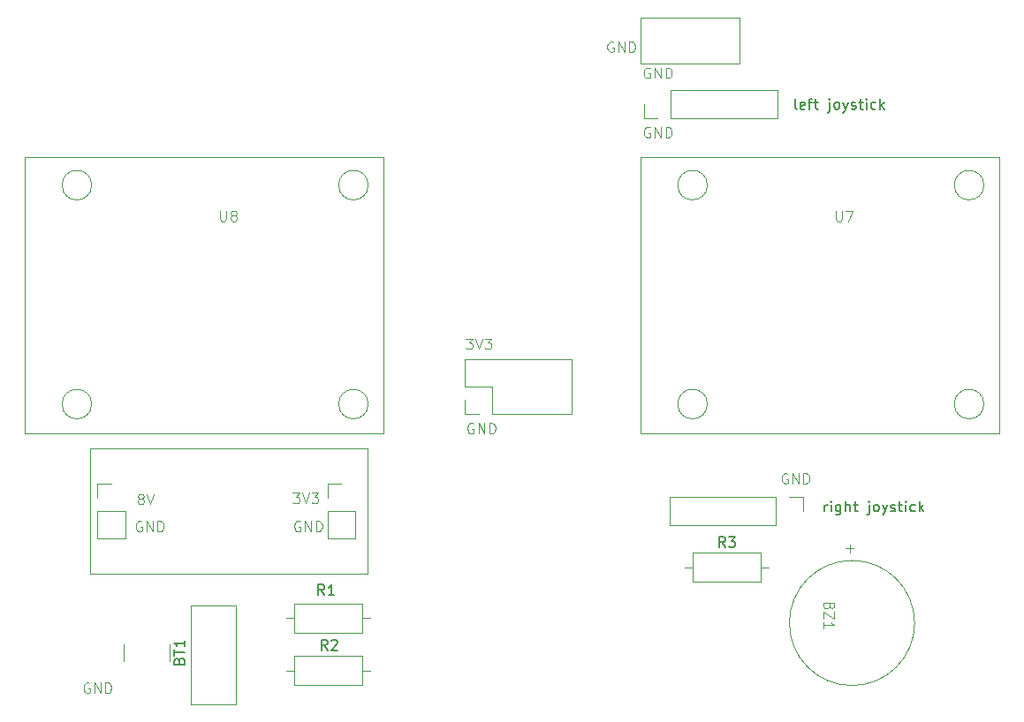
<source format=gbr>
%TF.GenerationSoftware,KiCad,Pcbnew,8.0.2*%
%TF.CreationDate,2024-06-16T11:23:50+08:00*%
%TF.ProjectId,transmitter,7472616e-736d-4697-9474-65722e6b6963,rev?*%
%TF.SameCoordinates,Original*%
%TF.FileFunction,Legend,Top*%
%TF.FilePolarity,Positive*%
%FSLAX46Y46*%
G04 Gerber Fmt 4.6, Leading zero omitted, Abs format (unit mm)*
G04 Created by KiCad (PCBNEW 8.0.2) date 2024-06-16 11:23:50*
%MOMM*%
%LPD*%
G01*
G04 APERTURE LIST*
%ADD10C,0.100000*%
%ADD11C,0.150000*%
%ADD12C,0.120000*%
G04 APERTURE END LIST*
D10*
X141008646Y-96472419D02*
X141627693Y-96472419D01*
X141627693Y-96472419D02*
X141294360Y-96853371D01*
X141294360Y-96853371D02*
X141437217Y-96853371D01*
X141437217Y-96853371D02*
X141532455Y-96900990D01*
X141532455Y-96900990D02*
X141580074Y-96948609D01*
X141580074Y-96948609D02*
X141627693Y-97043847D01*
X141627693Y-97043847D02*
X141627693Y-97281942D01*
X141627693Y-97281942D02*
X141580074Y-97377180D01*
X141580074Y-97377180D02*
X141532455Y-97424800D01*
X141532455Y-97424800D02*
X141437217Y-97472419D01*
X141437217Y-97472419D02*
X141151503Y-97472419D01*
X141151503Y-97472419D02*
X141056265Y-97424800D01*
X141056265Y-97424800D02*
X141008646Y-97377180D01*
X141913408Y-96472419D02*
X142246741Y-97472419D01*
X142246741Y-97472419D02*
X142580074Y-96472419D01*
X142818170Y-96472419D02*
X143437217Y-96472419D01*
X143437217Y-96472419D02*
X143103884Y-96853371D01*
X143103884Y-96853371D02*
X143246741Y-96853371D01*
X143246741Y-96853371D02*
X143341979Y-96900990D01*
X143341979Y-96900990D02*
X143389598Y-96948609D01*
X143389598Y-96948609D02*
X143437217Y-97043847D01*
X143437217Y-97043847D02*
X143437217Y-97281942D01*
X143437217Y-97281942D02*
X143389598Y-97377180D01*
X143389598Y-97377180D02*
X143341979Y-97424800D01*
X143341979Y-97424800D02*
X143246741Y-97472419D01*
X143246741Y-97472419D02*
X142961027Y-97472419D01*
X142961027Y-97472419D02*
X142865789Y-97424800D01*
X142865789Y-97424800D02*
X142818170Y-97377180D01*
X141727693Y-104620038D02*
X141632455Y-104572419D01*
X141632455Y-104572419D02*
X141489598Y-104572419D01*
X141489598Y-104572419D02*
X141346741Y-104620038D01*
X141346741Y-104620038D02*
X141251503Y-104715276D01*
X141251503Y-104715276D02*
X141203884Y-104810514D01*
X141203884Y-104810514D02*
X141156265Y-105000990D01*
X141156265Y-105000990D02*
X141156265Y-105143847D01*
X141156265Y-105143847D02*
X141203884Y-105334323D01*
X141203884Y-105334323D02*
X141251503Y-105429561D01*
X141251503Y-105429561D02*
X141346741Y-105524800D01*
X141346741Y-105524800D02*
X141489598Y-105572419D01*
X141489598Y-105572419D02*
X141584836Y-105572419D01*
X141584836Y-105572419D02*
X141727693Y-105524800D01*
X141727693Y-105524800D02*
X141775312Y-105477180D01*
X141775312Y-105477180D02*
X141775312Y-105143847D01*
X141775312Y-105143847D02*
X141584836Y-105143847D01*
X142203884Y-105572419D02*
X142203884Y-104572419D01*
X142203884Y-104572419D02*
X142775312Y-105572419D01*
X142775312Y-105572419D02*
X142775312Y-104572419D01*
X143251503Y-105572419D02*
X143251503Y-104572419D01*
X143251503Y-104572419D02*
X143489598Y-104572419D01*
X143489598Y-104572419D02*
X143632455Y-104620038D01*
X143632455Y-104620038D02*
X143727693Y-104715276D01*
X143727693Y-104715276D02*
X143775312Y-104810514D01*
X143775312Y-104810514D02*
X143822931Y-105000990D01*
X143822931Y-105000990D02*
X143822931Y-105143847D01*
X143822931Y-105143847D02*
X143775312Y-105334323D01*
X143775312Y-105334323D02*
X143727693Y-105429561D01*
X143727693Y-105429561D02*
X143632455Y-105524800D01*
X143632455Y-105524800D02*
X143489598Y-105572419D01*
X143489598Y-105572419D02*
X143251503Y-105572419D01*
X177403884Y-116591466D02*
X178165789Y-116591466D01*
X177784836Y-116972419D02*
X177784836Y-116210514D01*
X158627693Y-70520038D02*
X158532455Y-70472419D01*
X158532455Y-70472419D02*
X158389598Y-70472419D01*
X158389598Y-70472419D02*
X158246741Y-70520038D01*
X158246741Y-70520038D02*
X158151503Y-70615276D01*
X158151503Y-70615276D02*
X158103884Y-70710514D01*
X158103884Y-70710514D02*
X158056265Y-70900990D01*
X158056265Y-70900990D02*
X158056265Y-71043847D01*
X158056265Y-71043847D02*
X158103884Y-71234323D01*
X158103884Y-71234323D02*
X158151503Y-71329561D01*
X158151503Y-71329561D02*
X158246741Y-71424800D01*
X158246741Y-71424800D02*
X158389598Y-71472419D01*
X158389598Y-71472419D02*
X158484836Y-71472419D01*
X158484836Y-71472419D02*
X158627693Y-71424800D01*
X158627693Y-71424800D02*
X158675312Y-71377180D01*
X158675312Y-71377180D02*
X158675312Y-71043847D01*
X158675312Y-71043847D02*
X158484836Y-71043847D01*
X159103884Y-71472419D02*
X159103884Y-70472419D01*
X159103884Y-70472419D02*
X159675312Y-71472419D01*
X159675312Y-71472419D02*
X159675312Y-70472419D01*
X160151503Y-71472419D02*
X160151503Y-70472419D01*
X160151503Y-70472419D02*
X160389598Y-70472419D01*
X160389598Y-70472419D02*
X160532455Y-70520038D01*
X160532455Y-70520038D02*
X160627693Y-70615276D01*
X160627693Y-70615276D02*
X160675312Y-70710514D01*
X160675312Y-70710514D02*
X160722931Y-70900990D01*
X160722931Y-70900990D02*
X160722931Y-71043847D01*
X160722931Y-71043847D02*
X160675312Y-71234323D01*
X160675312Y-71234323D02*
X160627693Y-71329561D01*
X160627693Y-71329561D02*
X160532455Y-71424800D01*
X160532455Y-71424800D02*
X160389598Y-71472419D01*
X160389598Y-71472419D02*
X160151503Y-71472419D01*
X158627693Y-76220038D02*
X158532455Y-76172419D01*
X158532455Y-76172419D02*
X158389598Y-76172419D01*
X158389598Y-76172419D02*
X158246741Y-76220038D01*
X158246741Y-76220038D02*
X158151503Y-76315276D01*
X158151503Y-76315276D02*
X158103884Y-76410514D01*
X158103884Y-76410514D02*
X158056265Y-76600990D01*
X158056265Y-76600990D02*
X158056265Y-76743847D01*
X158056265Y-76743847D02*
X158103884Y-76934323D01*
X158103884Y-76934323D02*
X158151503Y-77029561D01*
X158151503Y-77029561D02*
X158246741Y-77124800D01*
X158246741Y-77124800D02*
X158389598Y-77172419D01*
X158389598Y-77172419D02*
X158484836Y-77172419D01*
X158484836Y-77172419D02*
X158627693Y-77124800D01*
X158627693Y-77124800D02*
X158675312Y-77077180D01*
X158675312Y-77077180D02*
X158675312Y-76743847D01*
X158675312Y-76743847D02*
X158484836Y-76743847D01*
X159103884Y-77172419D02*
X159103884Y-76172419D01*
X159103884Y-76172419D02*
X159675312Y-77172419D01*
X159675312Y-77172419D02*
X159675312Y-76172419D01*
X160151503Y-77172419D02*
X160151503Y-76172419D01*
X160151503Y-76172419D02*
X160389598Y-76172419D01*
X160389598Y-76172419D02*
X160532455Y-76220038D01*
X160532455Y-76220038D02*
X160627693Y-76315276D01*
X160627693Y-76315276D02*
X160675312Y-76410514D01*
X160675312Y-76410514D02*
X160722931Y-76600990D01*
X160722931Y-76600990D02*
X160722931Y-76743847D01*
X160722931Y-76743847D02*
X160675312Y-76934323D01*
X160675312Y-76934323D02*
X160627693Y-77029561D01*
X160627693Y-77029561D02*
X160532455Y-77124800D01*
X160532455Y-77124800D02*
X160389598Y-77172419D01*
X160389598Y-77172419D02*
X160151503Y-77172419D01*
X104927693Y-129520038D02*
X104832455Y-129472419D01*
X104832455Y-129472419D02*
X104689598Y-129472419D01*
X104689598Y-129472419D02*
X104546741Y-129520038D01*
X104546741Y-129520038D02*
X104451503Y-129615276D01*
X104451503Y-129615276D02*
X104403884Y-129710514D01*
X104403884Y-129710514D02*
X104356265Y-129900990D01*
X104356265Y-129900990D02*
X104356265Y-130043847D01*
X104356265Y-130043847D02*
X104403884Y-130234323D01*
X104403884Y-130234323D02*
X104451503Y-130329561D01*
X104451503Y-130329561D02*
X104546741Y-130424800D01*
X104546741Y-130424800D02*
X104689598Y-130472419D01*
X104689598Y-130472419D02*
X104784836Y-130472419D01*
X104784836Y-130472419D02*
X104927693Y-130424800D01*
X104927693Y-130424800D02*
X104975312Y-130377180D01*
X104975312Y-130377180D02*
X104975312Y-130043847D01*
X104975312Y-130043847D02*
X104784836Y-130043847D01*
X105403884Y-130472419D02*
X105403884Y-129472419D01*
X105403884Y-129472419D02*
X105975312Y-130472419D01*
X105975312Y-130472419D02*
X105975312Y-129472419D01*
X106451503Y-130472419D02*
X106451503Y-129472419D01*
X106451503Y-129472419D02*
X106689598Y-129472419D01*
X106689598Y-129472419D02*
X106832455Y-129520038D01*
X106832455Y-129520038D02*
X106927693Y-129615276D01*
X106927693Y-129615276D02*
X106975312Y-129710514D01*
X106975312Y-129710514D02*
X107022931Y-129900990D01*
X107022931Y-129900990D02*
X107022931Y-130043847D01*
X107022931Y-130043847D02*
X106975312Y-130234323D01*
X106975312Y-130234323D02*
X106927693Y-130329561D01*
X106927693Y-130329561D02*
X106832455Y-130424800D01*
X106832455Y-130424800D02*
X106689598Y-130472419D01*
X106689598Y-130472419D02*
X106451503Y-130472419D01*
X124408646Y-111272419D02*
X125027693Y-111272419D01*
X125027693Y-111272419D02*
X124694360Y-111653371D01*
X124694360Y-111653371D02*
X124837217Y-111653371D01*
X124837217Y-111653371D02*
X124932455Y-111700990D01*
X124932455Y-111700990D02*
X124980074Y-111748609D01*
X124980074Y-111748609D02*
X125027693Y-111843847D01*
X125027693Y-111843847D02*
X125027693Y-112081942D01*
X125027693Y-112081942D02*
X124980074Y-112177180D01*
X124980074Y-112177180D02*
X124932455Y-112224800D01*
X124932455Y-112224800D02*
X124837217Y-112272419D01*
X124837217Y-112272419D02*
X124551503Y-112272419D01*
X124551503Y-112272419D02*
X124456265Y-112224800D01*
X124456265Y-112224800D02*
X124408646Y-112177180D01*
X125313408Y-111272419D02*
X125646741Y-112272419D01*
X125646741Y-112272419D02*
X125980074Y-111272419D01*
X126218170Y-111272419D02*
X126837217Y-111272419D01*
X126837217Y-111272419D02*
X126503884Y-111653371D01*
X126503884Y-111653371D02*
X126646741Y-111653371D01*
X126646741Y-111653371D02*
X126741979Y-111700990D01*
X126741979Y-111700990D02*
X126789598Y-111748609D01*
X126789598Y-111748609D02*
X126837217Y-111843847D01*
X126837217Y-111843847D02*
X126837217Y-112081942D01*
X126837217Y-112081942D02*
X126789598Y-112177180D01*
X126789598Y-112177180D02*
X126741979Y-112224800D01*
X126741979Y-112224800D02*
X126646741Y-112272419D01*
X126646741Y-112272419D02*
X126361027Y-112272419D01*
X126361027Y-112272419D02*
X126265789Y-112224800D01*
X126265789Y-112224800D02*
X126218170Y-112177180D01*
X171827693Y-109420038D02*
X171732455Y-109372419D01*
X171732455Y-109372419D02*
X171589598Y-109372419D01*
X171589598Y-109372419D02*
X171446741Y-109420038D01*
X171446741Y-109420038D02*
X171351503Y-109515276D01*
X171351503Y-109515276D02*
X171303884Y-109610514D01*
X171303884Y-109610514D02*
X171256265Y-109800990D01*
X171256265Y-109800990D02*
X171256265Y-109943847D01*
X171256265Y-109943847D02*
X171303884Y-110134323D01*
X171303884Y-110134323D02*
X171351503Y-110229561D01*
X171351503Y-110229561D02*
X171446741Y-110324800D01*
X171446741Y-110324800D02*
X171589598Y-110372419D01*
X171589598Y-110372419D02*
X171684836Y-110372419D01*
X171684836Y-110372419D02*
X171827693Y-110324800D01*
X171827693Y-110324800D02*
X171875312Y-110277180D01*
X171875312Y-110277180D02*
X171875312Y-109943847D01*
X171875312Y-109943847D02*
X171684836Y-109943847D01*
X172303884Y-110372419D02*
X172303884Y-109372419D01*
X172303884Y-109372419D02*
X172875312Y-110372419D01*
X172875312Y-110372419D02*
X172875312Y-109372419D01*
X173351503Y-110372419D02*
X173351503Y-109372419D01*
X173351503Y-109372419D02*
X173589598Y-109372419D01*
X173589598Y-109372419D02*
X173732455Y-109420038D01*
X173732455Y-109420038D02*
X173827693Y-109515276D01*
X173827693Y-109515276D02*
X173875312Y-109610514D01*
X173875312Y-109610514D02*
X173922931Y-109800990D01*
X173922931Y-109800990D02*
X173922931Y-109943847D01*
X173922931Y-109943847D02*
X173875312Y-110134323D01*
X173875312Y-110134323D02*
X173827693Y-110229561D01*
X173827693Y-110229561D02*
X173732455Y-110324800D01*
X173732455Y-110324800D02*
X173589598Y-110372419D01*
X173589598Y-110372419D02*
X173351503Y-110372419D01*
X109746741Y-111800990D02*
X109651503Y-111753371D01*
X109651503Y-111753371D02*
X109603884Y-111705752D01*
X109603884Y-111705752D02*
X109556265Y-111610514D01*
X109556265Y-111610514D02*
X109556265Y-111562895D01*
X109556265Y-111562895D02*
X109603884Y-111467657D01*
X109603884Y-111467657D02*
X109651503Y-111420038D01*
X109651503Y-111420038D02*
X109746741Y-111372419D01*
X109746741Y-111372419D02*
X109937217Y-111372419D01*
X109937217Y-111372419D02*
X110032455Y-111420038D01*
X110032455Y-111420038D02*
X110080074Y-111467657D01*
X110080074Y-111467657D02*
X110127693Y-111562895D01*
X110127693Y-111562895D02*
X110127693Y-111610514D01*
X110127693Y-111610514D02*
X110080074Y-111705752D01*
X110080074Y-111705752D02*
X110032455Y-111753371D01*
X110032455Y-111753371D02*
X109937217Y-111800990D01*
X109937217Y-111800990D02*
X109746741Y-111800990D01*
X109746741Y-111800990D02*
X109651503Y-111848609D01*
X109651503Y-111848609D02*
X109603884Y-111896228D01*
X109603884Y-111896228D02*
X109556265Y-111991466D01*
X109556265Y-111991466D02*
X109556265Y-112181942D01*
X109556265Y-112181942D02*
X109603884Y-112277180D01*
X109603884Y-112277180D02*
X109651503Y-112324800D01*
X109651503Y-112324800D02*
X109746741Y-112372419D01*
X109746741Y-112372419D02*
X109937217Y-112372419D01*
X109937217Y-112372419D02*
X110032455Y-112324800D01*
X110032455Y-112324800D02*
X110080074Y-112277180D01*
X110080074Y-112277180D02*
X110127693Y-112181942D01*
X110127693Y-112181942D02*
X110127693Y-111991466D01*
X110127693Y-111991466D02*
X110080074Y-111896228D01*
X110080074Y-111896228D02*
X110032455Y-111848609D01*
X110032455Y-111848609D02*
X109937217Y-111800990D01*
X110413408Y-111372419D02*
X110746741Y-112372419D01*
X110746741Y-112372419D02*
X111080074Y-111372419D01*
X109927693Y-114020038D02*
X109832455Y-113972419D01*
X109832455Y-113972419D02*
X109689598Y-113972419D01*
X109689598Y-113972419D02*
X109546741Y-114020038D01*
X109546741Y-114020038D02*
X109451503Y-114115276D01*
X109451503Y-114115276D02*
X109403884Y-114210514D01*
X109403884Y-114210514D02*
X109356265Y-114400990D01*
X109356265Y-114400990D02*
X109356265Y-114543847D01*
X109356265Y-114543847D02*
X109403884Y-114734323D01*
X109403884Y-114734323D02*
X109451503Y-114829561D01*
X109451503Y-114829561D02*
X109546741Y-114924800D01*
X109546741Y-114924800D02*
X109689598Y-114972419D01*
X109689598Y-114972419D02*
X109784836Y-114972419D01*
X109784836Y-114972419D02*
X109927693Y-114924800D01*
X109927693Y-114924800D02*
X109975312Y-114877180D01*
X109975312Y-114877180D02*
X109975312Y-114543847D01*
X109975312Y-114543847D02*
X109784836Y-114543847D01*
X110403884Y-114972419D02*
X110403884Y-113972419D01*
X110403884Y-113972419D02*
X110975312Y-114972419D01*
X110975312Y-114972419D02*
X110975312Y-113972419D01*
X111451503Y-114972419D02*
X111451503Y-113972419D01*
X111451503Y-113972419D02*
X111689598Y-113972419D01*
X111689598Y-113972419D02*
X111832455Y-114020038D01*
X111832455Y-114020038D02*
X111927693Y-114115276D01*
X111927693Y-114115276D02*
X111975312Y-114210514D01*
X111975312Y-114210514D02*
X112022931Y-114400990D01*
X112022931Y-114400990D02*
X112022931Y-114543847D01*
X112022931Y-114543847D02*
X111975312Y-114734323D01*
X111975312Y-114734323D02*
X111927693Y-114829561D01*
X111927693Y-114829561D02*
X111832455Y-114924800D01*
X111832455Y-114924800D02*
X111689598Y-114972419D01*
X111689598Y-114972419D02*
X111451503Y-114972419D01*
X155127693Y-68020038D02*
X155032455Y-67972419D01*
X155032455Y-67972419D02*
X154889598Y-67972419D01*
X154889598Y-67972419D02*
X154746741Y-68020038D01*
X154746741Y-68020038D02*
X154651503Y-68115276D01*
X154651503Y-68115276D02*
X154603884Y-68210514D01*
X154603884Y-68210514D02*
X154556265Y-68400990D01*
X154556265Y-68400990D02*
X154556265Y-68543847D01*
X154556265Y-68543847D02*
X154603884Y-68734323D01*
X154603884Y-68734323D02*
X154651503Y-68829561D01*
X154651503Y-68829561D02*
X154746741Y-68924800D01*
X154746741Y-68924800D02*
X154889598Y-68972419D01*
X154889598Y-68972419D02*
X154984836Y-68972419D01*
X154984836Y-68972419D02*
X155127693Y-68924800D01*
X155127693Y-68924800D02*
X155175312Y-68877180D01*
X155175312Y-68877180D02*
X155175312Y-68543847D01*
X155175312Y-68543847D02*
X154984836Y-68543847D01*
X155603884Y-68972419D02*
X155603884Y-67972419D01*
X155603884Y-67972419D02*
X156175312Y-68972419D01*
X156175312Y-68972419D02*
X156175312Y-67972419D01*
X156651503Y-68972419D02*
X156651503Y-67972419D01*
X156651503Y-67972419D02*
X156889598Y-67972419D01*
X156889598Y-67972419D02*
X157032455Y-68020038D01*
X157032455Y-68020038D02*
X157127693Y-68115276D01*
X157127693Y-68115276D02*
X157175312Y-68210514D01*
X157175312Y-68210514D02*
X157222931Y-68400990D01*
X157222931Y-68400990D02*
X157222931Y-68543847D01*
X157222931Y-68543847D02*
X157175312Y-68734323D01*
X157175312Y-68734323D02*
X157127693Y-68829561D01*
X157127693Y-68829561D02*
X157032455Y-68924800D01*
X157032455Y-68924800D02*
X156889598Y-68972419D01*
X156889598Y-68972419D02*
X156651503Y-68972419D01*
X125127693Y-114020038D02*
X125032455Y-113972419D01*
X125032455Y-113972419D02*
X124889598Y-113972419D01*
X124889598Y-113972419D02*
X124746741Y-114020038D01*
X124746741Y-114020038D02*
X124651503Y-114115276D01*
X124651503Y-114115276D02*
X124603884Y-114210514D01*
X124603884Y-114210514D02*
X124556265Y-114400990D01*
X124556265Y-114400990D02*
X124556265Y-114543847D01*
X124556265Y-114543847D02*
X124603884Y-114734323D01*
X124603884Y-114734323D02*
X124651503Y-114829561D01*
X124651503Y-114829561D02*
X124746741Y-114924800D01*
X124746741Y-114924800D02*
X124889598Y-114972419D01*
X124889598Y-114972419D02*
X124984836Y-114972419D01*
X124984836Y-114972419D02*
X125127693Y-114924800D01*
X125127693Y-114924800D02*
X125175312Y-114877180D01*
X125175312Y-114877180D02*
X125175312Y-114543847D01*
X125175312Y-114543847D02*
X124984836Y-114543847D01*
X125603884Y-114972419D02*
X125603884Y-113972419D01*
X125603884Y-113972419D02*
X126175312Y-114972419D01*
X126175312Y-114972419D02*
X126175312Y-113972419D01*
X126651503Y-114972419D02*
X126651503Y-113972419D01*
X126651503Y-113972419D02*
X126889598Y-113972419D01*
X126889598Y-113972419D02*
X127032455Y-114020038D01*
X127032455Y-114020038D02*
X127127693Y-114115276D01*
X127127693Y-114115276D02*
X127175312Y-114210514D01*
X127175312Y-114210514D02*
X127222931Y-114400990D01*
X127222931Y-114400990D02*
X127222931Y-114543847D01*
X127222931Y-114543847D02*
X127175312Y-114734323D01*
X127175312Y-114734323D02*
X127127693Y-114829561D01*
X127127693Y-114829561D02*
X127032455Y-114924800D01*
X127032455Y-114924800D02*
X126889598Y-114972419D01*
X126889598Y-114972419D02*
X126651503Y-114972419D01*
D11*
X175385714Y-113054819D02*
X175385714Y-112388152D01*
X175385714Y-112578628D02*
X175433333Y-112483390D01*
X175433333Y-112483390D02*
X175480952Y-112435771D01*
X175480952Y-112435771D02*
X175576190Y-112388152D01*
X175576190Y-112388152D02*
X175671428Y-112388152D01*
X176004762Y-113054819D02*
X176004762Y-112388152D01*
X176004762Y-112054819D02*
X175957143Y-112102438D01*
X175957143Y-112102438D02*
X176004762Y-112150057D01*
X176004762Y-112150057D02*
X176052381Y-112102438D01*
X176052381Y-112102438D02*
X176004762Y-112054819D01*
X176004762Y-112054819D02*
X176004762Y-112150057D01*
X176909523Y-112388152D02*
X176909523Y-113197676D01*
X176909523Y-113197676D02*
X176861904Y-113292914D01*
X176861904Y-113292914D02*
X176814285Y-113340533D01*
X176814285Y-113340533D02*
X176719047Y-113388152D01*
X176719047Y-113388152D02*
X176576190Y-113388152D01*
X176576190Y-113388152D02*
X176480952Y-113340533D01*
X176909523Y-113007200D02*
X176814285Y-113054819D01*
X176814285Y-113054819D02*
X176623809Y-113054819D01*
X176623809Y-113054819D02*
X176528571Y-113007200D01*
X176528571Y-113007200D02*
X176480952Y-112959580D01*
X176480952Y-112959580D02*
X176433333Y-112864342D01*
X176433333Y-112864342D02*
X176433333Y-112578628D01*
X176433333Y-112578628D02*
X176480952Y-112483390D01*
X176480952Y-112483390D02*
X176528571Y-112435771D01*
X176528571Y-112435771D02*
X176623809Y-112388152D01*
X176623809Y-112388152D02*
X176814285Y-112388152D01*
X176814285Y-112388152D02*
X176909523Y-112435771D01*
X177385714Y-113054819D02*
X177385714Y-112054819D01*
X177814285Y-113054819D02*
X177814285Y-112531009D01*
X177814285Y-112531009D02*
X177766666Y-112435771D01*
X177766666Y-112435771D02*
X177671428Y-112388152D01*
X177671428Y-112388152D02*
X177528571Y-112388152D01*
X177528571Y-112388152D02*
X177433333Y-112435771D01*
X177433333Y-112435771D02*
X177385714Y-112483390D01*
X178147619Y-112388152D02*
X178528571Y-112388152D01*
X178290476Y-112054819D02*
X178290476Y-112911961D01*
X178290476Y-112911961D02*
X178338095Y-113007200D01*
X178338095Y-113007200D02*
X178433333Y-113054819D01*
X178433333Y-113054819D02*
X178528571Y-113054819D01*
X179623810Y-112388152D02*
X179623810Y-113245295D01*
X179623810Y-113245295D02*
X179576191Y-113340533D01*
X179576191Y-113340533D02*
X179480953Y-113388152D01*
X179480953Y-113388152D02*
X179433334Y-113388152D01*
X179623810Y-112054819D02*
X179576191Y-112102438D01*
X179576191Y-112102438D02*
X179623810Y-112150057D01*
X179623810Y-112150057D02*
X179671429Y-112102438D01*
X179671429Y-112102438D02*
X179623810Y-112054819D01*
X179623810Y-112054819D02*
X179623810Y-112150057D01*
X180242857Y-113054819D02*
X180147619Y-113007200D01*
X180147619Y-113007200D02*
X180100000Y-112959580D01*
X180100000Y-112959580D02*
X180052381Y-112864342D01*
X180052381Y-112864342D02*
X180052381Y-112578628D01*
X180052381Y-112578628D02*
X180100000Y-112483390D01*
X180100000Y-112483390D02*
X180147619Y-112435771D01*
X180147619Y-112435771D02*
X180242857Y-112388152D01*
X180242857Y-112388152D02*
X180385714Y-112388152D01*
X180385714Y-112388152D02*
X180480952Y-112435771D01*
X180480952Y-112435771D02*
X180528571Y-112483390D01*
X180528571Y-112483390D02*
X180576190Y-112578628D01*
X180576190Y-112578628D02*
X180576190Y-112864342D01*
X180576190Y-112864342D02*
X180528571Y-112959580D01*
X180528571Y-112959580D02*
X180480952Y-113007200D01*
X180480952Y-113007200D02*
X180385714Y-113054819D01*
X180385714Y-113054819D02*
X180242857Y-113054819D01*
X180909524Y-112388152D02*
X181147619Y-113054819D01*
X181385714Y-112388152D02*
X181147619Y-113054819D01*
X181147619Y-113054819D02*
X181052381Y-113292914D01*
X181052381Y-113292914D02*
X181004762Y-113340533D01*
X181004762Y-113340533D02*
X180909524Y-113388152D01*
X181719048Y-113007200D02*
X181814286Y-113054819D01*
X181814286Y-113054819D02*
X182004762Y-113054819D01*
X182004762Y-113054819D02*
X182100000Y-113007200D01*
X182100000Y-113007200D02*
X182147619Y-112911961D01*
X182147619Y-112911961D02*
X182147619Y-112864342D01*
X182147619Y-112864342D02*
X182100000Y-112769104D01*
X182100000Y-112769104D02*
X182004762Y-112721485D01*
X182004762Y-112721485D02*
X181861905Y-112721485D01*
X181861905Y-112721485D02*
X181766667Y-112673866D01*
X181766667Y-112673866D02*
X181719048Y-112578628D01*
X181719048Y-112578628D02*
X181719048Y-112531009D01*
X181719048Y-112531009D02*
X181766667Y-112435771D01*
X181766667Y-112435771D02*
X181861905Y-112388152D01*
X181861905Y-112388152D02*
X182004762Y-112388152D01*
X182004762Y-112388152D02*
X182100000Y-112435771D01*
X182433334Y-112388152D02*
X182814286Y-112388152D01*
X182576191Y-112054819D02*
X182576191Y-112911961D01*
X182576191Y-112911961D02*
X182623810Y-113007200D01*
X182623810Y-113007200D02*
X182719048Y-113054819D01*
X182719048Y-113054819D02*
X182814286Y-113054819D01*
X183147620Y-113054819D02*
X183147620Y-112388152D01*
X183147620Y-112054819D02*
X183100001Y-112102438D01*
X183100001Y-112102438D02*
X183147620Y-112150057D01*
X183147620Y-112150057D02*
X183195239Y-112102438D01*
X183195239Y-112102438D02*
X183147620Y-112054819D01*
X183147620Y-112054819D02*
X183147620Y-112150057D01*
X184052381Y-113007200D02*
X183957143Y-113054819D01*
X183957143Y-113054819D02*
X183766667Y-113054819D01*
X183766667Y-113054819D02*
X183671429Y-113007200D01*
X183671429Y-113007200D02*
X183623810Y-112959580D01*
X183623810Y-112959580D02*
X183576191Y-112864342D01*
X183576191Y-112864342D02*
X183576191Y-112578628D01*
X183576191Y-112578628D02*
X183623810Y-112483390D01*
X183623810Y-112483390D02*
X183671429Y-112435771D01*
X183671429Y-112435771D02*
X183766667Y-112388152D01*
X183766667Y-112388152D02*
X183957143Y-112388152D01*
X183957143Y-112388152D02*
X184052381Y-112435771D01*
X184480953Y-113054819D02*
X184480953Y-112054819D01*
X184576191Y-112673866D02*
X184861905Y-113054819D01*
X184861905Y-112388152D02*
X184480953Y-112769104D01*
X172704761Y-74454819D02*
X172609523Y-74407200D01*
X172609523Y-74407200D02*
X172561904Y-74311961D01*
X172561904Y-74311961D02*
X172561904Y-73454819D01*
X173466666Y-74407200D02*
X173371428Y-74454819D01*
X173371428Y-74454819D02*
X173180952Y-74454819D01*
X173180952Y-74454819D02*
X173085714Y-74407200D01*
X173085714Y-74407200D02*
X173038095Y-74311961D01*
X173038095Y-74311961D02*
X173038095Y-73931009D01*
X173038095Y-73931009D02*
X173085714Y-73835771D01*
X173085714Y-73835771D02*
X173180952Y-73788152D01*
X173180952Y-73788152D02*
X173371428Y-73788152D01*
X173371428Y-73788152D02*
X173466666Y-73835771D01*
X173466666Y-73835771D02*
X173514285Y-73931009D01*
X173514285Y-73931009D02*
X173514285Y-74026247D01*
X173514285Y-74026247D02*
X173038095Y-74121485D01*
X173800000Y-73788152D02*
X174180952Y-73788152D01*
X173942857Y-74454819D02*
X173942857Y-73597676D01*
X173942857Y-73597676D02*
X173990476Y-73502438D01*
X173990476Y-73502438D02*
X174085714Y-73454819D01*
X174085714Y-73454819D02*
X174180952Y-73454819D01*
X174371429Y-73788152D02*
X174752381Y-73788152D01*
X174514286Y-73454819D02*
X174514286Y-74311961D01*
X174514286Y-74311961D02*
X174561905Y-74407200D01*
X174561905Y-74407200D02*
X174657143Y-74454819D01*
X174657143Y-74454819D02*
X174752381Y-74454819D01*
X175847620Y-73788152D02*
X175847620Y-74645295D01*
X175847620Y-74645295D02*
X175800001Y-74740533D01*
X175800001Y-74740533D02*
X175704763Y-74788152D01*
X175704763Y-74788152D02*
X175657144Y-74788152D01*
X175847620Y-73454819D02*
X175800001Y-73502438D01*
X175800001Y-73502438D02*
X175847620Y-73550057D01*
X175847620Y-73550057D02*
X175895239Y-73502438D01*
X175895239Y-73502438D02*
X175847620Y-73454819D01*
X175847620Y-73454819D02*
X175847620Y-73550057D01*
X176466667Y-74454819D02*
X176371429Y-74407200D01*
X176371429Y-74407200D02*
X176323810Y-74359580D01*
X176323810Y-74359580D02*
X176276191Y-74264342D01*
X176276191Y-74264342D02*
X176276191Y-73978628D01*
X176276191Y-73978628D02*
X176323810Y-73883390D01*
X176323810Y-73883390D02*
X176371429Y-73835771D01*
X176371429Y-73835771D02*
X176466667Y-73788152D01*
X176466667Y-73788152D02*
X176609524Y-73788152D01*
X176609524Y-73788152D02*
X176704762Y-73835771D01*
X176704762Y-73835771D02*
X176752381Y-73883390D01*
X176752381Y-73883390D02*
X176800000Y-73978628D01*
X176800000Y-73978628D02*
X176800000Y-74264342D01*
X176800000Y-74264342D02*
X176752381Y-74359580D01*
X176752381Y-74359580D02*
X176704762Y-74407200D01*
X176704762Y-74407200D02*
X176609524Y-74454819D01*
X176609524Y-74454819D02*
X176466667Y-74454819D01*
X177133334Y-73788152D02*
X177371429Y-74454819D01*
X177609524Y-73788152D02*
X177371429Y-74454819D01*
X177371429Y-74454819D02*
X177276191Y-74692914D01*
X177276191Y-74692914D02*
X177228572Y-74740533D01*
X177228572Y-74740533D02*
X177133334Y-74788152D01*
X177942858Y-74407200D02*
X178038096Y-74454819D01*
X178038096Y-74454819D02*
X178228572Y-74454819D01*
X178228572Y-74454819D02*
X178323810Y-74407200D01*
X178323810Y-74407200D02*
X178371429Y-74311961D01*
X178371429Y-74311961D02*
X178371429Y-74264342D01*
X178371429Y-74264342D02*
X178323810Y-74169104D01*
X178323810Y-74169104D02*
X178228572Y-74121485D01*
X178228572Y-74121485D02*
X178085715Y-74121485D01*
X178085715Y-74121485D02*
X177990477Y-74073866D01*
X177990477Y-74073866D02*
X177942858Y-73978628D01*
X177942858Y-73978628D02*
X177942858Y-73931009D01*
X177942858Y-73931009D02*
X177990477Y-73835771D01*
X177990477Y-73835771D02*
X178085715Y-73788152D01*
X178085715Y-73788152D02*
X178228572Y-73788152D01*
X178228572Y-73788152D02*
X178323810Y-73835771D01*
X178657144Y-73788152D02*
X179038096Y-73788152D01*
X178800001Y-73454819D02*
X178800001Y-74311961D01*
X178800001Y-74311961D02*
X178847620Y-74407200D01*
X178847620Y-74407200D02*
X178942858Y-74454819D01*
X178942858Y-74454819D02*
X179038096Y-74454819D01*
X179371430Y-74454819D02*
X179371430Y-73788152D01*
X179371430Y-73454819D02*
X179323811Y-73502438D01*
X179323811Y-73502438D02*
X179371430Y-73550057D01*
X179371430Y-73550057D02*
X179419049Y-73502438D01*
X179419049Y-73502438D02*
X179371430Y-73454819D01*
X179371430Y-73454819D02*
X179371430Y-73550057D01*
X180276191Y-74407200D02*
X180180953Y-74454819D01*
X180180953Y-74454819D02*
X179990477Y-74454819D01*
X179990477Y-74454819D02*
X179895239Y-74407200D01*
X179895239Y-74407200D02*
X179847620Y-74359580D01*
X179847620Y-74359580D02*
X179800001Y-74264342D01*
X179800001Y-74264342D02*
X179800001Y-73978628D01*
X179800001Y-73978628D02*
X179847620Y-73883390D01*
X179847620Y-73883390D02*
X179895239Y-73835771D01*
X179895239Y-73835771D02*
X179990477Y-73788152D01*
X179990477Y-73788152D02*
X180180953Y-73788152D01*
X180180953Y-73788152D02*
X180276191Y-73835771D01*
X180704763Y-74454819D02*
X180704763Y-73454819D01*
X180800001Y-74073866D02*
X181085715Y-74454819D01*
X181085715Y-73788152D02*
X180704763Y-74169104D01*
X165833333Y-116484819D02*
X165500000Y-116008628D01*
X165261905Y-116484819D02*
X165261905Y-115484819D01*
X165261905Y-115484819D02*
X165642857Y-115484819D01*
X165642857Y-115484819D02*
X165738095Y-115532438D01*
X165738095Y-115532438D02*
X165785714Y-115580057D01*
X165785714Y-115580057D02*
X165833333Y-115675295D01*
X165833333Y-115675295D02*
X165833333Y-115818152D01*
X165833333Y-115818152D02*
X165785714Y-115913390D01*
X165785714Y-115913390D02*
X165738095Y-115961009D01*
X165738095Y-115961009D02*
X165642857Y-116008628D01*
X165642857Y-116008628D02*
X165261905Y-116008628D01*
X166166667Y-115484819D02*
X166785714Y-115484819D01*
X166785714Y-115484819D02*
X166452381Y-115865771D01*
X166452381Y-115865771D02*
X166595238Y-115865771D01*
X166595238Y-115865771D02*
X166690476Y-115913390D01*
X166690476Y-115913390D02*
X166738095Y-115961009D01*
X166738095Y-115961009D02*
X166785714Y-116056247D01*
X166785714Y-116056247D02*
X166785714Y-116294342D01*
X166785714Y-116294342D02*
X166738095Y-116389580D01*
X166738095Y-116389580D02*
X166690476Y-116437200D01*
X166690476Y-116437200D02*
X166595238Y-116484819D01*
X166595238Y-116484819D02*
X166309524Y-116484819D01*
X166309524Y-116484819D02*
X166214286Y-116437200D01*
X166214286Y-116437200D02*
X166166667Y-116389580D01*
D10*
X175816390Y-122119047D02*
X175768771Y-122261904D01*
X175768771Y-122261904D02*
X175721152Y-122309523D01*
X175721152Y-122309523D02*
X175625914Y-122357142D01*
X175625914Y-122357142D02*
X175483057Y-122357142D01*
X175483057Y-122357142D02*
X175387819Y-122309523D01*
X175387819Y-122309523D02*
X175340200Y-122261904D01*
X175340200Y-122261904D02*
X175292580Y-122166666D01*
X175292580Y-122166666D02*
X175292580Y-121785714D01*
X175292580Y-121785714D02*
X176292580Y-121785714D01*
X176292580Y-121785714D02*
X176292580Y-122119047D01*
X176292580Y-122119047D02*
X176244961Y-122214285D01*
X176244961Y-122214285D02*
X176197342Y-122261904D01*
X176197342Y-122261904D02*
X176102104Y-122309523D01*
X176102104Y-122309523D02*
X176006866Y-122309523D01*
X176006866Y-122309523D02*
X175911628Y-122261904D01*
X175911628Y-122261904D02*
X175864009Y-122214285D01*
X175864009Y-122214285D02*
X175816390Y-122119047D01*
X175816390Y-122119047D02*
X175816390Y-121785714D01*
X176292580Y-122690476D02*
X176292580Y-123357142D01*
X176292580Y-123357142D02*
X175292580Y-122690476D01*
X175292580Y-122690476D02*
X175292580Y-123357142D01*
X175292580Y-124261904D02*
X175292580Y-123690476D01*
X175292580Y-123976190D02*
X176292580Y-123976190D01*
X176292580Y-123976190D02*
X176149723Y-123880952D01*
X176149723Y-123880952D02*
X176054485Y-123785714D01*
X176054485Y-123785714D02*
X176006866Y-123690476D01*
X176458095Y-84207419D02*
X176458095Y-85016942D01*
X176458095Y-85016942D02*
X176505714Y-85112180D01*
X176505714Y-85112180D02*
X176553333Y-85159800D01*
X176553333Y-85159800D02*
X176648571Y-85207419D01*
X176648571Y-85207419D02*
X176839047Y-85207419D01*
X176839047Y-85207419D02*
X176934285Y-85159800D01*
X176934285Y-85159800D02*
X176981904Y-85112180D01*
X176981904Y-85112180D02*
X177029523Y-85016942D01*
X177029523Y-85016942D02*
X177029523Y-84207419D01*
X177410476Y-84207419D02*
X178077142Y-84207419D01*
X178077142Y-84207419D02*
X177648571Y-85207419D01*
D11*
X127433333Y-121054819D02*
X127100000Y-120578628D01*
X126861905Y-121054819D02*
X126861905Y-120054819D01*
X126861905Y-120054819D02*
X127242857Y-120054819D01*
X127242857Y-120054819D02*
X127338095Y-120102438D01*
X127338095Y-120102438D02*
X127385714Y-120150057D01*
X127385714Y-120150057D02*
X127433333Y-120245295D01*
X127433333Y-120245295D02*
X127433333Y-120388152D01*
X127433333Y-120388152D02*
X127385714Y-120483390D01*
X127385714Y-120483390D02*
X127338095Y-120531009D01*
X127338095Y-120531009D02*
X127242857Y-120578628D01*
X127242857Y-120578628D02*
X126861905Y-120578628D01*
X128385714Y-121054819D02*
X127814286Y-121054819D01*
X128100000Y-121054819D02*
X128100000Y-120054819D01*
X128100000Y-120054819D02*
X128004762Y-120197676D01*
X128004762Y-120197676D02*
X127909524Y-120292914D01*
X127909524Y-120292914D02*
X127814286Y-120340533D01*
X127733333Y-126354819D02*
X127400000Y-125878628D01*
X127161905Y-126354819D02*
X127161905Y-125354819D01*
X127161905Y-125354819D02*
X127542857Y-125354819D01*
X127542857Y-125354819D02*
X127638095Y-125402438D01*
X127638095Y-125402438D02*
X127685714Y-125450057D01*
X127685714Y-125450057D02*
X127733333Y-125545295D01*
X127733333Y-125545295D02*
X127733333Y-125688152D01*
X127733333Y-125688152D02*
X127685714Y-125783390D01*
X127685714Y-125783390D02*
X127638095Y-125831009D01*
X127638095Y-125831009D02*
X127542857Y-125878628D01*
X127542857Y-125878628D02*
X127161905Y-125878628D01*
X128114286Y-125450057D02*
X128161905Y-125402438D01*
X128161905Y-125402438D02*
X128257143Y-125354819D01*
X128257143Y-125354819D02*
X128495238Y-125354819D01*
X128495238Y-125354819D02*
X128590476Y-125402438D01*
X128590476Y-125402438D02*
X128638095Y-125450057D01*
X128638095Y-125450057D02*
X128685714Y-125545295D01*
X128685714Y-125545295D02*
X128685714Y-125640533D01*
X128685714Y-125640533D02*
X128638095Y-125783390D01*
X128638095Y-125783390D02*
X128066667Y-126354819D01*
X128066667Y-126354819D02*
X128685714Y-126354819D01*
X113511009Y-127385714D02*
X113558628Y-127242857D01*
X113558628Y-127242857D02*
X113606247Y-127195238D01*
X113606247Y-127195238D02*
X113701485Y-127147619D01*
X113701485Y-127147619D02*
X113844342Y-127147619D01*
X113844342Y-127147619D02*
X113939580Y-127195238D01*
X113939580Y-127195238D02*
X113987200Y-127242857D01*
X113987200Y-127242857D02*
X114034819Y-127338095D01*
X114034819Y-127338095D02*
X114034819Y-127719047D01*
X114034819Y-127719047D02*
X113034819Y-127719047D01*
X113034819Y-127719047D02*
X113034819Y-127385714D01*
X113034819Y-127385714D02*
X113082438Y-127290476D01*
X113082438Y-127290476D02*
X113130057Y-127242857D01*
X113130057Y-127242857D02*
X113225295Y-127195238D01*
X113225295Y-127195238D02*
X113320533Y-127195238D01*
X113320533Y-127195238D02*
X113415771Y-127242857D01*
X113415771Y-127242857D02*
X113463390Y-127290476D01*
X113463390Y-127290476D02*
X113511009Y-127385714D01*
X113511009Y-127385714D02*
X113511009Y-127719047D01*
X113034819Y-126861904D02*
X113034819Y-126290476D01*
X114034819Y-126576190D02*
X113034819Y-126576190D01*
X114034819Y-125433333D02*
X114034819Y-126004761D01*
X114034819Y-125719047D02*
X113034819Y-125719047D01*
X113034819Y-125719047D02*
X113177676Y-125814285D01*
X113177676Y-125814285D02*
X113272914Y-125909523D01*
X113272914Y-125909523D02*
X113320533Y-126004761D01*
D10*
X117458095Y-84207419D02*
X117458095Y-85016942D01*
X117458095Y-85016942D02*
X117505714Y-85112180D01*
X117505714Y-85112180D02*
X117553333Y-85159800D01*
X117553333Y-85159800D02*
X117648571Y-85207419D01*
X117648571Y-85207419D02*
X117839047Y-85207419D01*
X117839047Y-85207419D02*
X117934285Y-85159800D01*
X117934285Y-85159800D02*
X117981904Y-85112180D01*
X117981904Y-85112180D02*
X118029523Y-85016942D01*
X118029523Y-85016942D02*
X118029523Y-84207419D01*
X118648571Y-84635990D02*
X118553333Y-84588371D01*
X118553333Y-84588371D02*
X118505714Y-84540752D01*
X118505714Y-84540752D02*
X118458095Y-84445514D01*
X118458095Y-84445514D02*
X118458095Y-84397895D01*
X118458095Y-84397895D02*
X118505714Y-84302657D01*
X118505714Y-84302657D02*
X118553333Y-84255038D01*
X118553333Y-84255038D02*
X118648571Y-84207419D01*
X118648571Y-84207419D02*
X118839047Y-84207419D01*
X118839047Y-84207419D02*
X118934285Y-84255038D01*
X118934285Y-84255038D02*
X118981904Y-84302657D01*
X118981904Y-84302657D02*
X119029523Y-84397895D01*
X119029523Y-84397895D02*
X119029523Y-84445514D01*
X119029523Y-84445514D02*
X118981904Y-84540752D01*
X118981904Y-84540752D02*
X118934285Y-84588371D01*
X118934285Y-84588371D02*
X118839047Y-84635990D01*
X118839047Y-84635990D02*
X118648571Y-84635990D01*
X118648571Y-84635990D02*
X118553333Y-84683609D01*
X118553333Y-84683609D02*
X118505714Y-84731228D01*
X118505714Y-84731228D02*
X118458095Y-84826466D01*
X118458095Y-84826466D02*
X118458095Y-85016942D01*
X118458095Y-85016942D02*
X118505714Y-85112180D01*
X118505714Y-85112180D02*
X118553333Y-85159800D01*
X118553333Y-85159800D02*
X118648571Y-85207419D01*
X118648571Y-85207419D02*
X118839047Y-85207419D01*
X118839047Y-85207419D02*
X118934285Y-85159800D01*
X118934285Y-85159800D02*
X118981904Y-85112180D01*
X118981904Y-85112180D02*
X119029523Y-85016942D01*
X119029523Y-85016942D02*
X119029523Y-84826466D01*
X119029523Y-84826466D02*
X118981904Y-84731228D01*
X118981904Y-84731228D02*
X118934285Y-84683609D01*
X118934285Y-84683609D02*
X118839047Y-84635990D01*
D12*
%TO.C,U2*%
X140890000Y-103670000D02*
X140890000Y-102340000D01*
X142220000Y-103670000D02*
X140890000Y-103670000D01*
X143490000Y-103670000D02*
X151170000Y-103670000D01*
X143490000Y-103670000D02*
X143490000Y-101070000D01*
X151170000Y-103670000D02*
X151170000Y-98470000D01*
X140890000Y-101070000D02*
X140890000Y-98470000D01*
X143490000Y-101070000D02*
X140890000Y-101070000D01*
X140890000Y-98470000D02*
X151170000Y-98470000D01*
%TO.C,U4*%
X173330000Y-111670000D02*
X173330000Y-113000000D01*
X172000000Y-111670000D02*
X173330000Y-111670000D01*
X170730000Y-111670000D02*
X160510000Y-111670000D01*
X170730000Y-111670000D02*
X170730000Y-114330000D01*
X160510000Y-111670000D02*
X160510000Y-114330000D01*
X170730000Y-114330000D02*
X160510000Y-114330000D01*
%TO.C,U3*%
X158050000Y-75330000D02*
X158050000Y-74000000D01*
X159380000Y-75330000D02*
X158050000Y-75330000D01*
X160650000Y-75330000D02*
X170870000Y-75330000D01*
X160650000Y-75330000D02*
X160650000Y-72670000D01*
X170870000Y-75330000D02*
X170870000Y-72670000D01*
X160650000Y-72670000D02*
X170870000Y-72670000D01*
%TO.C,U6*%
X105700000Y-110400000D02*
X107030000Y-110400000D01*
X105700000Y-111730000D02*
X105700000Y-110400000D01*
X105700000Y-113000000D02*
X105700000Y-115600000D01*
X105700000Y-113000000D02*
X108360000Y-113000000D01*
X105700000Y-115600000D02*
X108360000Y-115600000D01*
X108360000Y-113000000D02*
X108360000Y-115600000D01*
X127740000Y-110400000D02*
X129070000Y-110400000D01*
X127740000Y-111730000D02*
X127740000Y-110400000D01*
X127740000Y-113000000D02*
X127740000Y-115600000D01*
X127740000Y-113000000D02*
X130400000Y-113000000D01*
X127740000Y-115600000D02*
X130400000Y-115600000D01*
X130400000Y-113000000D02*
X130400000Y-115600000D01*
D10*
X105000000Y-107000000D02*
X131600000Y-107000000D01*
X131600000Y-119000000D01*
X105000000Y-119000000D01*
X105000000Y-107000000D01*
D12*
%TO.C,R3*%
X161960000Y-118400000D02*
X162730000Y-118400000D01*
X162730000Y-117030000D02*
X162730000Y-119770000D01*
X162730000Y-119770000D02*
X169270000Y-119770000D01*
X169270000Y-117030000D02*
X162730000Y-117030000D01*
X169270000Y-119770000D02*
X169270000Y-117030000D01*
X170040000Y-118400000D02*
X169270000Y-118400000D01*
D10*
%TO.C,BZ1*%
X184000000Y-123750000D02*
G75*
G02*
X172000000Y-123750000I-6000000J0D01*
G01*
X172000000Y-123750000D02*
G75*
G02*
X184000000Y-123750000I6000000J0D01*
G01*
%TO.C,SW2*%
X157700000Y-65700000D02*
X167200000Y-65700000D01*
X167200000Y-70100000D01*
X157700000Y-70100000D01*
X157700000Y-65700000D01*
%TO.C,SW1*%
X114600000Y-131550000D02*
X119000000Y-131550000D01*
X119000000Y-122050000D01*
X114600000Y-122050000D01*
X114600000Y-131550000D01*
%TO.C,U7*%
X157740000Y-79050000D02*
X192100000Y-79050000D01*
X192100000Y-105550000D01*
X157740000Y-105550000D01*
X157740000Y-79050000D01*
X164134214Y-81750000D02*
G75*
G02*
X161305786Y-81750000I-1414214J0D01*
G01*
X161305786Y-81750000D02*
G75*
G02*
X164134214Y-81750000I1414214J0D01*
G01*
X164134214Y-102750000D02*
G75*
G02*
X161305786Y-102750000I-1414214J0D01*
G01*
X161305786Y-102750000D02*
G75*
G02*
X164134214Y-102750000I1414214J0D01*
G01*
X190634214Y-81750000D02*
G75*
G02*
X187805786Y-81750000I-1414214J0D01*
G01*
X187805786Y-81750000D02*
G75*
G02*
X190634214Y-81750000I1414214J0D01*
G01*
X190634214Y-102750000D02*
G75*
G02*
X187805786Y-102750000I-1414214J0D01*
G01*
X187805786Y-102750000D02*
G75*
G02*
X190634214Y-102750000I1414214J0D01*
G01*
D12*
%TO.C,R1*%
X124530000Y-124670000D02*
X131070000Y-124670000D01*
X131070000Y-124670000D02*
X131070000Y-121930000D01*
X123760000Y-123300000D02*
X124530000Y-123300000D01*
X131840000Y-123300000D02*
X131070000Y-123300000D01*
X124530000Y-121930000D02*
X124530000Y-124670000D01*
X131070000Y-121930000D02*
X124530000Y-121930000D01*
%TO.C,R2*%
X124530000Y-129670000D02*
X131070000Y-129670000D01*
X131070000Y-129670000D02*
X131070000Y-126930000D01*
X123760000Y-128300000D02*
X124530000Y-128300000D01*
X131840000Y-128300000D02*
X131070000Y-128300000D01*
X124530000Y-126930000D02*
X124530000Y-129670000D01*
X131070000Y-126930000D02*
X124530000Y-126930000D01*
%TO.C,BT1*%
X112610000Y-125802631D02*
X112610000Y-127397369D01*
X108190000Y-125802631D02*
X108190000Y-127397369D01*
%TO.C,U8*%
D10*
X98740000Y-79050000D02*
X133100000Y-79050000D01*
X133100000Y-105550000D01*
X98740000Y-105550000D01*
X98740000Y-79050000D01*
X105134214Y-81750000D02*
G75*
G02*
X102305786Y-81750000I-1414214J0D01*
G01*
X102305786Y-81750000D02*
G75*
G02*
X105134214Y-81750000I1414214J0D01*
G01*
X105134214Y-102750000D02*
G75*
G02*
X102305786Y-102750000I-1414214J0D01*
G01*
X102305786Y-102750000D02*
G75*
G02*
X105134214Y-102750000I1414214J0D01*
G01*
X131634214Y-81750000D02*
G75*
G02*
X128805786Y-81750000I-1414214J0D01*
G01*
X128805786Y-81750000D02*
G75*
G02*
X131634214Y-81750000I1414214J0D01*
G01*
X131634214Y-102750000D02*
G75*
G02*
X128805786Y-102750000I-1414214J0D01*
G01*
X128805786Y-102750000D02*
G75*
G02*
X131634214Y-102750000I1414214J0D01*
G01*
%TD*%
M02*

</source>
